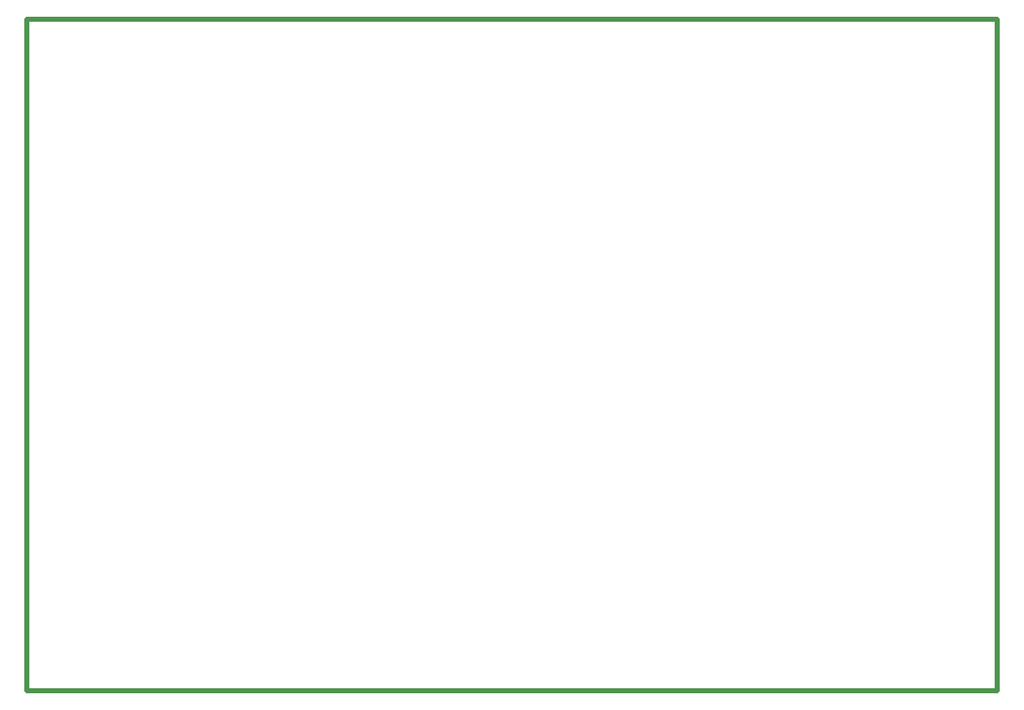
<source format=gbr>
%TF.GenerationSoftware,KiCad,Pcbnew,8.0.4*%
%TF.CreationDate,2024-09-29T18:22:28-03:00*%
%TF.ProjectId,pim,70696d2e-6b69-4636-9164-5f7063625858,rev?*%
%TF.SameCoordinates,Original*%
%TF.FileFunction,Profile,NP*%
%FSLAX46Y46*%
G04 Gerber Fmt 4.6, Leading zero omitted, Abs format (unit mm)*
G04 Created by KiCad (PCBNEW 8.0.4) date 2024-09-29 18:22:28*
%MOMM*%
%LPD*%
G01*
G04 APERTURE LIST*
%TA.AperFunction,Profile*%
%ADD10C,0.500000*%
%TD*%
G04 APERTURE END LIST*
D10*
X20388000Y-13454000D02*
X118412000Y-13454000D01*
X118412000Y-81332000D01*
X20388000Y-81332000D01*
X20388000Y-13454000D01*
M02*

</source>
